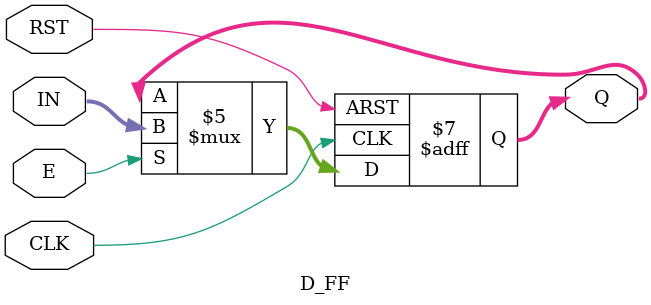
<source format=v>
module D_FF #(parameter WIDTH = 16 )(CLK,RST,IN,Q,E);
input CLK,RST,E;
input [WIDTH-1:0] IN;
output reg [WIDTH-1:0] Q;

always @(posedge CLK or negedge RST) begin
	if	(!RST)	
		Q<=0;
	else if(E==1'b1)
		Q <= IN;
	else Q<=Q;
end

endmodule

</source>
